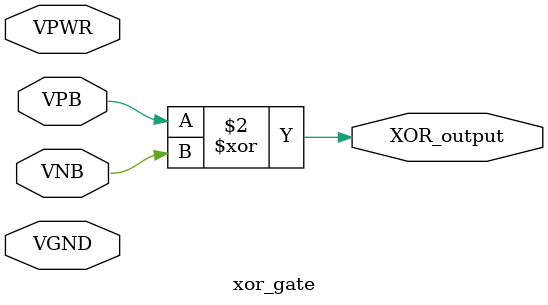
<source format=v>
module xor_gate (
    input VPWR,
    input VGND,
    input VPB,
    input VNB,
    output reg XOR_output
);

    always @(*) begin
        XOR_output = VPB ^ VNB;
    end

endmodule
</source>
